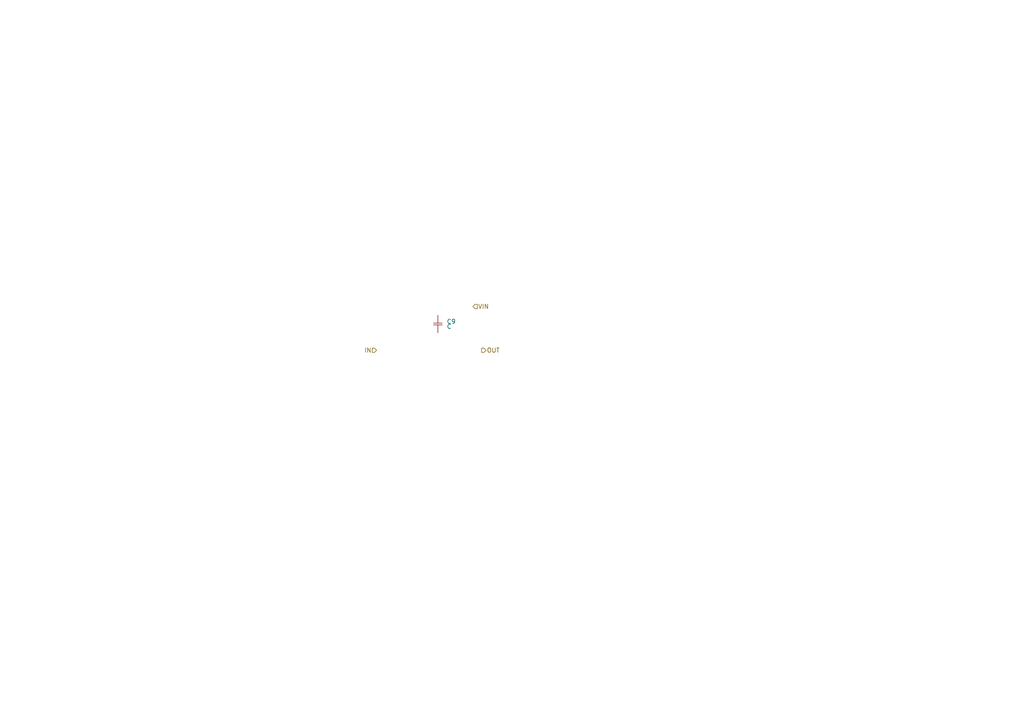
<source format=kicad_sch>
(kicad_sch (version 20230121) (generator eeschema)
  (paper "A4")
  (lib_symbols
    (symbol "generic:C" (pin_numbers hide) (pin_names (offset 0) hide)
      (property "Reference" "C" (at 2.54 0 0))
      (property "Value" "C" (at 2.54 -2.54 0))
      (symbol "C_0_1"
        (polyline (pts (xy -1.27 -0.254) (xy 1.27 -0.254)))
        (polyline (pts (xy 1.27 0.254) (xy -1.27 0.254)))
      )
      (symbol "C_1_1"
        (pin bidirectional line (at 0 2.54 270) (length 2.3114) (name "~") (number "1"))
        (pin bidirectional line (at 0 -2.54 90) (length 2.3114) (name "~") (number "2"))
      )
    )
  )
  (hierarchical_label "IN" (shape input) (at 109.22 101.6 180))
  (hierarchical_label "OUT" (shape output) (at 139.7 101.6 0))
  (hierarchical_label "VIN" (shape input) (at 137.16 88.9 0))
  (symbol (lib_id "generic:C") (at 127 93.98 180) (unit 1)
    (property "Reference" "C9" (at 129.54 93.98 0) (effects (justify right top)))
    (property "Value" "C" (at 129.54 93.98 0) (effects (justify right bottom)))
    (property "Footprint" "SMT:0603" (effects hide))
    (instances (project "pcb" (path "" (reference "C9") (unit 1)) (path "" (reference "C16") (unit 1)) (path "" (reference "C17") (unit 1)) (path "" (reference "C18") (unit 1)) (path "" (reference "C19") (unit 1)) (path "" (reference "C26") (unit 1)) (path "" (reference "C27") (unit 1)) (path "" (reference "C28") (unit 1)) (path "" (reference "C31") (unit 1)) (path "" (reference "C32") (unit 1)) (path "" (reference "C30") (unit 1)) (path "" (reference "C29") (unit 1)) (path "" (reference "C33") (unit 1)) (path "" (reference "C36") (unit 1)) (path "" (reference "C34") (unit 1)) (path "" (reference "C35") (unit 1))))
  )
)
</source>
